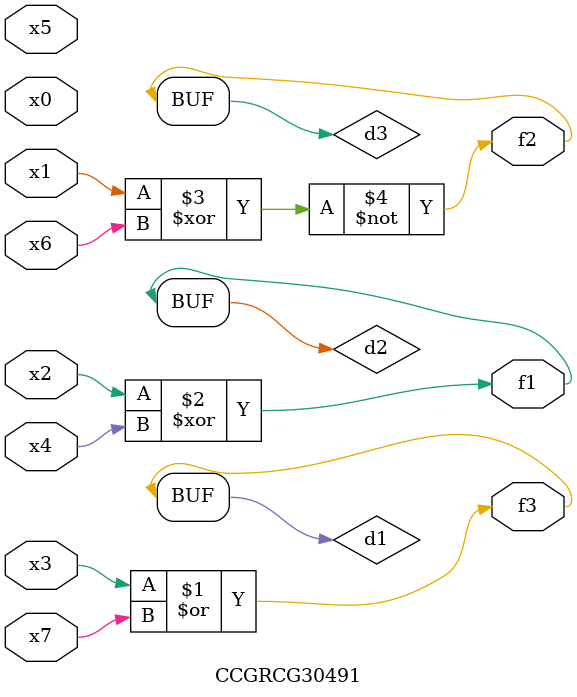
<source format=v>
module CCGRCG30491(
	input x0, x1, x2, x3, x4, x5, x6, x7,
	output f1, f2, f3
);

	wire d1, d2, d3;

	or (d1, x3, x7);
	xor (d2, x2, x4);
	xnor (d3, x1, x6);
	assign f1 = d2;
	assign f2 = d3;
	assign f3 = d1;
endmodule

</source>
